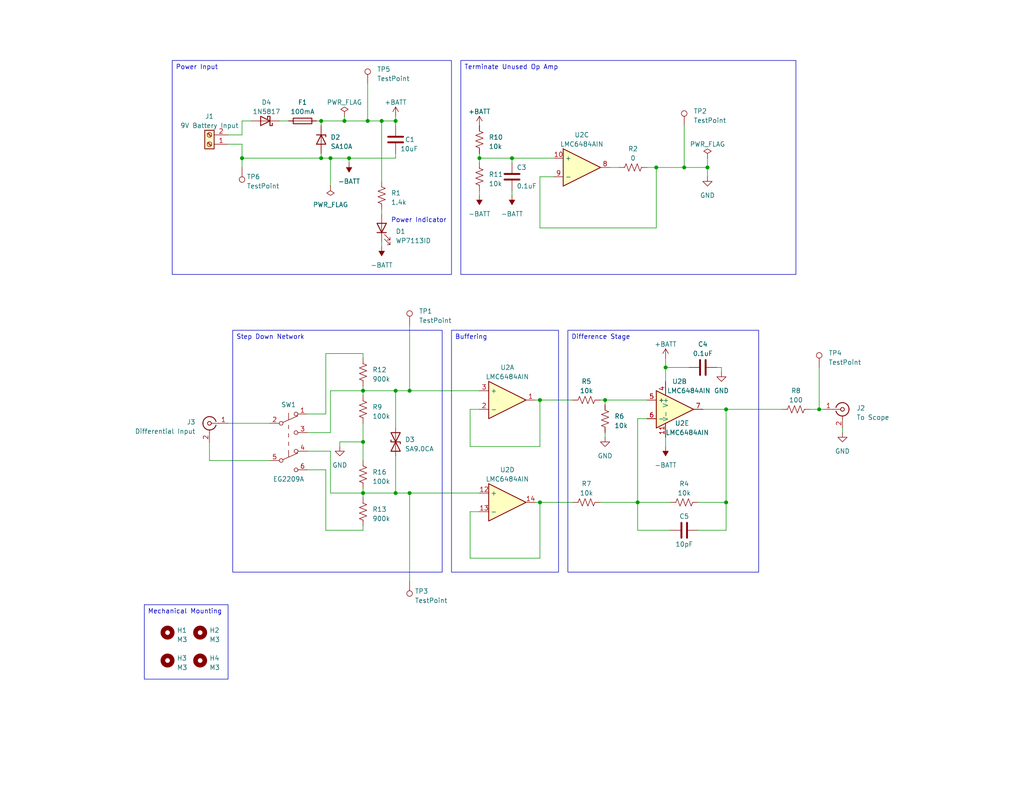
<source format=kicad_sch>
(kicad_sch (version 20230121) (generator eeschema)
  (paper "A")
  (title_block (title "Basic Diff Probe") (date "2023-09-04") (rev "1") (comment 1 "Designed by Marek Newton"))
  (lib_symbols
    (symbol "Connector:Conn_Coaxial" (pin_names (offset 1.016) hide)
      (property "Reference" "J" (at 0.254 3.048 0))
      (property "Value" "Conn_Coaxial" (at 2.921 0 90))
      (symbol "Conn_Coaxial_0_1"
        (arc (start -1.778 -0.508) (mid 0.2311 -1.8066) (end 1.778 0) (stroke (width 0.254)))
        (polyline (pts (xy -2.54 0) (xy -0.508 0)))
        (polyline (pts (xy 0 -2.54) (xy 0 -1.778)))
        (circle (center 0 0) (radius 0.508) (stroke (width 0.2032)))
        (arc (start 1.778 0) (mid 0.2099 1.8101) (end -1.778 0.508) (stroke (width 0.254)))
      )
      (symbol "Conn_Coaxial_1_1"
        (pin passive line (at -5.08 0 0) (length 2.54) (name "In") (number "1"))
        (pin passive line (at 0 -5.08 90) (length 2.54) (name "Ext") (number "2"))
      )
    )
    (symbol "Connector:Screw_Terminal_01x02" (pin_names (offset 1.016) hide)
      (property "Reference" "J" (at 0 2.54 0))
      (property "Value" "Screw_Terminal_01x02" (at 0 -5.08 0))
      (symbol "Screw_Terminal_01x02_1_1"
        (rectangle (start -1.27 1.27) (end 1.27 -3.81) (stroke (width 0.254)) (fill (type background)))
        (circle (center 0 -2.54) (radius 0.635) (stroke (width 0.1524)))
        (polyline (pts (xy -0.5334 -2.2098) (xy 0.3302 -3.048)) (stroke (width 0.1524)))
        (polyline (pts (xy -0.5334 0.3302) (xy 0.3302 -0.508)) (stroke (width 0.1524)))
        (polyline (pts (xy -0.3556 -2.032) (xy 0.508 -2.8702)) (stroke (width 0.1524)))
        (polyline (pts (xy -0.3556 0.508) (xy 0.508 -0.3302)) (stroke (width 0.1524)))
        (circle (center 0 0) (radius 0.635) (stroke (width 0.1524)))
        (pin passive line (at -5.08 0 0) (length 3.81) (name "Pin_1") (number "1"))
        (pin passive line (at -5.08 -2.54 0) (length 3.81) (name "Pin_2") (number "2"))
      )
    )
    (symbol "Connector:TestPoint" (pin_numbers hide) (pin_names (offset 0.762) hide)
      (property "Reference" "TP" (at 0 6.858 0))
      (property "Value" "TestPoint" (at 0 5.08 0))
      (symbol "TestPoint_0_1"
        (circle (center 0 3.302) (radius 0.762))
      )
      (symbol "TestPoint_1_1"
        (pin passive line (at 0 0 90) (length 2.54) (name "1") (number "1"))
      )
    )
    (symbol "Device:C" (pin_numbers hide) (pin_names (offset 0.254))
      (property "Reference" "C" (at 0.635 2.54 0))
      (property "Value" "C" (at 0.635 -2.54 0))
      (symbol "C_0_1"
        (polyline (pts (xy -2.032 -0.762) (xy 2.032 -0.762)) (stroke (width 0.508)))
        (polyline (pts (xy -2.032 0.762) (xy 2.032 0.762)) (stroke (width 0.508)))
      )
      (symbol "C_1_1"
        (pin passive line (at 0 3.81 270) (length 2.794) (name "~") (number "1"))
        (pin passive line (at 0 -3.81 90) (length 2.794) (name "~") (number "2"))
      )
    )
    (symbol "Device:D_TVS" (pin_numbers hide) (pin_names (offset 1.016) hide)
      (property "Reference" "D" (at 0 2.54 0))
      (property "Value" "D_TVS" (at 0 -2.54 0))
      (symbol "D_TVS_0_1"
        (polyline (pts (xy 1.27 0) (xy -1.27 0)))
        (polyline (pts (xy 0.508 1.27) (xy 0 1.27) (xy 0 -1.27) (xy -0.508 -1.27)) (stroke (width 0.254)))
        (polyline (pts (xy -2.54 1.27) (xy -2.54 -1.27) (xy 2.54 1.27) (xy 2.54 -1.27) (xy -2.54 1.27)) (stroke (width 0.254)))
      )
      (symbol "D_TVS_1_1"
        (pin passive line (at -3.81 0 0) (length 2.54) (name "A1") (number "1"))
        (pin passive line (at 3.81 0 180) (length 2.54) (name "A2") (number "2"))
      )
    )
    (symbol "Device:D_Zener" (pin_numbers hide) (pin_names (offset 1.016) hide)
      (property "Reference" "D" (at 0 2.54 0))
      (property "Value" "D_Zener" (at 0 -2.54 0))
      (symbol "D_Zener_0_1"
        (polyline (pts (xy 1.27 0) (xy -1.27 0)))
        (polyline (pts (xy -1.27 -1.27) (xy -1.27 1.27) (xy -0.762 1.27)) (stroke (width 0.254)))
        (polyline (pts (xy 1.27 -1.27) (xy 1.27 1.27) (xy -1.27 0) (xy 1.27 -1.27)) (stroke (width 0.254)))
      )
      (symbol "D_Zener_1_1"
        (pin passive line (at -3.81 0 0) (length 2.54) (name "K") (number "1"))
        (pin passive line (at 3.81 0 180) (length 2.54) (name "A") (number "2"))
      )
    )
    (symbol "Device:Fuse" (pin_numbers hide) (pin_names (offset 0))
      (property "Reference" "F" (at 2.032 0 90))
      (property "Value" "Fuse" (at -1.905 0 90))
      (symbol "Fuse_0_1"
        (rectangle (start -0.762 -2.54) (end 0.762 2.54) (stroke (width 0.254)))
        (polyline (pts (xy 0 2.54) (xy 0 -2.54)))
      )
      (symbol "Fuse_1_1"
        (pin passive line (at 0 3.81 270) (length 1.27) (name "~") (number "1"))
        (pin passive line (at 0 -3.81 90) (length 1.27) (name "~") (number "2"))
      )
    )
    (symbol "Device:LED" (pin_numbers hide) (pin_names (offset 1.016) hide)
      (property "Reference" "D" (at 0 2.54 0))
      (property "Value" "LED" (at 0 -2.54 0))
      (symbol "LED_0_1"
        (polyline (pts (xy -1.27 -1.27) (xy -1.27 1.27)) (stroke (width 0.254)))
        (polyline (pts (xy -1.27 0) (xy 1.27 0)))
        (polyline (pts (xy 1.27 -1.27) (xy 1.27 1.27) (xy -1.27 0) (xy 1.27 -1.27)) (stroke (width 0.254)))
        (polyline (pts (xy -3.048 -0.762) (xy -4.572 -2.286) (xy -3.81 -2.286) (xy -4.572 -2.286) (xy -4.572 -1.524)))
        (polyline (pts (xy -1.778 -0.762) (xy -3.302 -2.286) (xy -2.54 -2.286) (xy -3.302 -2.286) (xy -3.302 -1.524)))
      )
      (symbol "LED_1_1"
        (pin passive line (at -3.81 0 0) (length 2.54) (name "K") (number "1"))
        (pin passive line (at 3.81 0 180) (length 2.54) (name "A") (number "2"))
      )
    )
    (symbol "Device:Opamp_Quad"
      (property "Reference" "U" (at 0 5.08 0))
      (property "Value" "Opamp_Quad" (at 0 -5.08 0))
      (symbol "Opamp_Quad_1_1"
        (polyline (pts (xy -5.08 5.08) (xy 5.08 0) (xy -5.08 -5.08) (xy -5.08 5.08)) (stroke (width 0.254)) (fill (type background)))
        (pin output line (at 7.62 0 180) (length 2.54) (name "~") (number "1"))
        (pin input line (at -7.62 -2.54 0) (length 2.54) (name "-") (number "2"))
        (pin input line (at -7.62 2.54 0) (length 2.54) (name "+") (number "3"))
      )
      (symbol "Opamp_Quad_2_1"
        (polyline (pts (xy -5.08 5.08) (xy 5.08 0) (xy -5.08 -5.08) (xy -5.08 5.08)) (stroke (width 0.254)) (fill (type background)))
        (pin input line (at -7.62 2.54 0) (length 2.54) (name "+") (number "5"))
        (pin input line (at -7.62 -2.54 0) (length 2.54) (name "-") (number "6"))
        (pin output line (at 7.62 0 180) (length 2.54) (name "~") (number "7"))
      )
      (symbol "Opamp_Quad_3_1"
        (polyline (pts (xy -5.08 5.08) (xy 5.08 0) (xy -5.08 -5.08) (xy -5.08 5.08)) (stroke (width 0.254)) (fill (type background)))
        (pin input line (at -7.62 2.54 0) (length 2.54) (name "+") (number "10"))
        (pin output line (at 7.62 0 180) (length 2.54) (name "~") (number "8"))
        (pin input line (at -7.62 -2.54 0) (length 2.54) (name "-") (number "9"))
      )
      (symbol "Opamp_Quad_4_1"
        (polyline (pts (xy -5.08 5.08) (xy 5.08 0) (xy -5.08 -5.08) (xy -5.08 5.08)) (stroke (width 0.254)) (fill (type background)))
        (pin input line (at -7.62 2.54 0) (length 2.54) (name "+") (number "12"))
        (pin input line (at -7.62 -2.54 0) (length 2.54) (name "-") (number "13"))
        (pin output line (at 7.62 0 180) (length 2.54) (name "~") (number "14"))
      )
      (symbol "Opamp_Quad_5_1"
        (pin power_in line (at -2.54 -7.62 90) (length 3.81) (name "V-") (number "11"))
        (pin power_in line (at -2.54 7.62 270) (length 3.81) (name "V+") (number "4"))
      )
    )
    (symbol "Device:R_US" (pin_numbers hide) (pin_names (offset 0))
      (property "Reference" "R" (at 2.54 0 90))
      (property "Value" "R_US" (at -2.54 0 90))
      (symbol "R_US_0_1"
        (polyline (pts (xy 0 -2.286) (xy 0 -2.54)))
        (polyline (pts (xy 0 2.286) (xy 0 2.54)))
        (polyline (pts (xy 0 -0.762) (xy 1.016 -1.143) (xy 0 -1.524) (xy -1.016 -1.905) (xy 0 -2.286)))
        (polyline (pts (xy 0 0.762) (xy 1.016 0.381) (xy 0 0) (xy -1.016 -0.381) (xy 0 -0.762)))
        (polyline (pts (xy 0 2.286) (xy 1.016 1.905) (xy 0 1.524) (xy -1.016 1.143) (xy 0 0.762)))
      )
      (symbol "R_US_1_1"
        (pin passive line (at 0 3.81 270) (length 1.27) (name "~") (number "1"))
        (pin passive line (at 0 -3.81 90) (length 1.27) (name "~") (number "2"))
      )
    )
    (symbol "Diode:1N5817" (pin_numbers hide) (pin_names (offset 1.016) hide)
      (property "Reference" "D" (at 0 2.54 0))
      (property "Value" "1N5817" (at 0 -2.54 0))
      (symbol "1N5817_0_1"
        (polyline (pts (xy 1.27 0) (xy -1.27 0)))
        (polyline (pts (xy 1.27 1.27) (xy 1.27 -1.27) (xy -1.27 0) (xy 1.27 1.27)) (stroke (width 0.254)))
        (polyline (pts (xy -1.905 0.635) (xy -1.905 1.27) (xy -1.27 1.27) (xy -1.27 -1.27) (xy -0.635 -1.27) (xy -0.635 -0.635)) (stroke (width 0.254)))
      )
      (symbol "1N5817_1_1"
        (pin passive line (at -3.81 0 0) (length 2.54) (name "K") (number "1"))
        (pin passive line (at 3.81 0 180) (length 2.54) (name "A") (number "2"))
      )
    )
    (symbol "Mechanical:MountingHole" (pin_names (offset 1.016))
      (property "Reference" "H" (at 0 5.08 0))
      (property "Value" "MountingHole" (at 0 3.175 0))
      (symbol "MountingHole_0_1"
        (circle (center 0 0) (radius 1.27) (stroke (width 1.27)))
      )
    )
    (symbol "Switch:SW_Push_DPDT" (pin_names (offset 0) hide)
      (property "Reference" "SW" (at 0 8.89 0))
      (property "Value" "SW_Push_DPDT" (at 0 -10.16 0))
      (symbol "SW_Push_DPDT_0_0"
        (circle (center -2.032 -5.08) (radius 0.508))
        (circle (center -2.032 5.08) (radius 0.508))
        (circle (center 2.032 -7.62) (radius 0.508))
        (circle (center 2.032 2.54) (radius 0.508))
      )
      (symbol "SW_Push_DPDT_0_1"
        (polyline (pts (xy -1.524 -4.826) (xy 2.54 -3.048)))
        (polyline (pts (xy -1.524 5.334) (xy 2.54 7.112)))
        (polyline (pts (xy 0 -2.286) (xy 0 -4.064)))
        (polyline (pts (xy 0 -1.016) (xy 0 0)))
        (polyline (pts (xy 0 1.27) (xy 0 2.286)))
        (polyline (pts (xy 0 3.556) (xy 0 4.572)))
        (polyline (pts (xy 0 7.874) (xy 0 6.096)))
        (circle (center 2.032 -2.54) (radius 0.508))
        (circle (center 2.032 7.62) (radius 0.508))
      )
      (symbol "SW_Push_DPDT_1_1"
        (pin passive line (at 5.08 7.62 180) (length 2.54) (name "A") (number "1"))
        (pin passive line (at -5.08 5.08 0) (length 2.54) (name "B") (number "2"))
        (pin passive line (at 5.08 2.54 180) (length 2.54) (name "C") (number "3"))
        (pin passive line (at 5.08 -2.54 180) (length 2.54) (name "A") (number "4"))
        (pin passive line (at -5.08 -5.08 0) (length 2.54) (name "B") (number "5"))
        (pin passive line (at 5.08 -7.62 180) (length 2.54) (name "C") (number "6"))
      )
    )
    (symbol "power:+BATT" (power) (pin_names (offset 0))
      (property "Value" "+BATT" (at 0 3.556 0))
      (symbol "+BATT_0_1"
        (polyline (pts (xy -0.762 1.27) (xy 0 2.54)))
        (polyline (pts (xy 0 0) (xy 0 2.54)))
        (polyline (pts (xy 0 2.54) (xy 0.762 1.27)))
      )
      (symbol "+BATT_1_1"
        (pin power_in line (at 0 0 90) (length 0) hide (name "+BATT") (number "1"))
      )
    )
    (symbol "power:-BATT" (power) (pin_names (offset 0))
      (property "Value" "-BATT" (at 0 3.556 0))
      (symbol "-BATT_0_1"
        (polyline (pts (xy 0 0) (xy 0 2.54)))
        (polyline (pts (xy 0.762 1.27) (xy -0.762 1.27) (xy 0 2.54) (xy 0.762 1.27)) (fill (type outline)))
      )
      (symbol "-BATT_1_1"
        (pin power_in line (at 0 0 90) (length 0) hide (name "-BATT") (number "1"))
      )
    )
    (symbol "power:GND" (power) (pin_names (offset 0))
      (property "Value" "GND" (at 0 -3.81 0))
      (symbol "GND_0_1"
        (polyline (pts (xy 0 0) (xy 0 -1.27) (xy 1.27 -1.27) (xy 0 -2.54) (xy -1.27 -1.27) (xy 0 -1.27)))
      )
      (symbol "GND_1_1"
        (pin power_in line (at 0 0 270) (length 0) hide (name "GND") (number "1"))
      )
    )
    (symbol "power:PWR_FLAG" (power) (pin_numbers hide) (pin_names (offset 0) hide)
      (property "Value" "PWR_FLAG" (at 0 3.81 0))
      (symbol "PWR_FLAG_0_0"
        (pin power_out line (at 0 0 90) (length 0) (name "pwr") (number "1"))
      )
      (symbol "PWR_FLAG_0_1"
        (polyline (pts (xy 0 0) (xy 0 1.27) (xy -1.016 1.905) (xy 0 2.54) (xy 1.016 1.905) (xy 0 1.27)))
      )
    )
  )
  (junction (at 147.32 137.16))
  (junction (at 100.33 33.02))
  (junction (at 87.63 33.02))
  (junction (at 93.98 33.02))
  (junction (at 107.95 134.62))
  (junction (at 99.06 106.68))
  (junction (at 107.95 106.68))
  (junction (at 107.95 33.02))
  (junction (at 87.63 43.18))
  (junction (at 130.81 43.18))
  (junction (at 99.06 120.65))
  (junction (at 90.17 43.18))
  (junction (at 173.99 137.16))
  (junction (at 198.12 111.76))
  (junction (at 111.76 134.62))
  (junction (at 181.61 100.33))
  (junction (at 147.32 109.22))
  (junction (at 104.14 33.02))
  (junction (at 179.07 45.72))
  (junction (at 66.04 43.18))
  (junction (at 186.69 45.72))
  (junction (at 198.12 137.16))
  (junction (at 95.25 43.18))
  (junction (at 193.04 45.72))
  (junction (at 165.1 109.22))
  (junction (at 139.7 43.18))
  (junction (at 99.06 134.62))
  (junction (at 223.52 111.76))
  (junction (at 111.76 106.68))
  (wire (pts (xy 62.23 36.83) (xy 66.04 36.83)))
  (wire (pts (xy 92.71 120.65) (xy 99.06 120.65)))
  (wire (pts (xy 83.82 123.19) (xy 90.17 123.19)))
  (wire (pts (xy 147.32 62.23) (xy 179.07 62.23)))
  (wire (pts (xy 99.06 115.57) (xy 99.06 120.65)))
  (wire (pts (xy 111.76 134.62) (xy 130.81 134.62)))
  (wire (pts (xy 99.06 105.41) (xy 99.06 106.68)))
  (wire (pts (xy 128.27 139.7) (xy 128.27 152.4)))
  (wire (pts (xy 146.05 109.22) (xy 147.32 109.22)))
  (wire (pts (xy 130.81 43.18) (xy 130.81 44.45)))
  (wire (pts (xy 76.2 33.02) (xy 78.74 33.02)))
  (wire (pts (xy 88.9 96.52) (xy 99.06 96.52)))
  (wire (pts (xy 90.17 106.68) (xy 99.06 106.68)))
  (wire (pts (xy 66.04 33.02) (xy 68.58 33.02)))
  (wire (pts (xy 66.04 43.18) (xy 66.04 45.72)))
  (wire (pts (xy 107.95 134.62) (xy 99.06 134.62)))
  (wire (pts (xy 147.32 121.92) (xy 147.32 109.22)))
  (wire (pts (xy 147.32 48.26) (xy 147.32 62.23)))
  (wire (pts (xy 176.53 45.72) (xy 179.07 45.72)))
  (wire (pts (xy 163.83 109.22) (xy 165.1 109.22)))
  (wire (pts (xy 66.04 33.02) (xy 66.04 36.83)))
  (wire (pts (xy 165.1 118.11) (xy 165.1 119.38)))
  (wire (pts (xy 99.06 144.78) (xy 99.06 143.51)))
  (wire (pts (xy 92.71 121.92) (xy 92.71 120.65)))
  (wire (pts (xy 90.17 43.18) (xy 87.63 43.18)))
  (wire (pts (xy 88.9 113.03) (xy 88.9 96.52)))
  (wire (pts (xy 90.17 118.11) (xy 90.17 106.68)))
  (wire (pts (xy 173.99 114.3) (xy 173.99 137.16)))
  (wire (pts (xy 90.17 43.18) (xy 90.17 50.8)))
  (wire (pts (xy 100.33 33.02) (xy 104.14 33.02)))
  (wire (pts (xy 176.53 114.3) (xy 173.99 114.3)))
  (wire (pts (xy 57.15 120.65) (xy 57.15 125.73)))
  (wire (pts (xy 99.06 134.62) (xy 99.06 135.89)))
  (wire (pts (xy 130.81 139.7) (xy 128.27 139.7)))
  (wire (pts (xy 130.81 43.18) (xy 139.7 43.18)))
  (wire (pts (xy 90.17 134.62) (xy 99.06 134.62)))
  (wire (pts (xy 86.36 33.02) (xy 87.63 33.02)))
  (wire (pts (xy 99.06 133.35) (xy 99.06 134.62)))
  (wire (pts (xy 87.63 41.91) (xy 87.63 43.18)))
  (wire (pts (xy 104.14 33.02) (xy 107.95 33.02)))
  (wire (pts (xy 107.95 43.18) (xy 95.25 43.18)))
  (wire (pts (xy 139.7 43.18) (xy 151.13 43.18)))
  (wire (pts (xy 107.95 124.46) (xy 107.95 134.62)))
  (wire (pts (xy 173.99 137.16) (xy 173.99 144.78)))
  (wire (pts (xy 179.07 45.72) (xy 186.69 45.72)))
  (wire (pts (xy 223.52 111.76) (xy 224.79 111.76)))
  (wire (pts (xy 198.12 144.78) (xy 198.12 137.16)))
  (wire (pts (xy 181.61 119.38) (xy 181.61 121.92)))
  (wire (pts (xy 146.05 137.16) (xy 147.32 137.16)))
  (wire (pts (xy 130.81 52.07) (xy 130.81 53.34)))
  (wire (pts (xy 87.63 33.02) (xy 87.63 34.29)))
  (wire (pts (xy 99.06 106.68) (xy 99.06 107.95)))
  (wire (pts (xy 104.14 33.02) (xy 104.14 49.53)))
  (wire (pts (xy 130.81 111.76) (xy 128.27 111.76)))
  (wire (pts (xy 107.95 34.29) (xy 107.95 33.02)))
  (wire (pts (xy 166.37 45.72) (xy 168.91 45.72)))
  (wire (pts (xy 173.99 137.16) (xy 182.88 137.16)))
  (wire (pts (xy 220.98 111.76) (xy 223.52 111.76)))
  (wire (pts (xy 107.95 106.68) (xy 107.95 116.84)))
  (wire (pts (xy 151.13 48.26) (xy 147.32 48.26)))
  (wire (pts (xy 128.27 121.92) (xy 147.32 121.92)))
  (wire (pts (xy 87.63 43.18) (xy 66.04 43.18)))
  (wire (pts (xy 198.12 111.76) (xy 213.36 111.76)))
  (wire (pts (xy 107.95 41.91) (xy 107.95 43.18)))
  (wire (pts (xy 90.17 123.19) (xy 90.17 134.62)))
  (wire (pts (xy 196.85 101.6) (xy 196.85 100.33)))
  (wire (pts (xy 57.15 125.73) (xy 73.66 125.73)))
  (wire (pts (xy 99.06 120.65) (xy 99.06 125.73)))
  (wire (pts (xy 93.98 33.02) (xy 100.33 33.02)))
  (wire (pts (xy 87.63 33.02) (xy 93.98 33.02)))
  (wire (pts (xy 147.32 152.4) (xy 147.32 137.16)))
  (wire (pts (xy 95.25 43.18) (xy 90.17 43.18)))
  (wire (pts (xy 223.52 100.33) (xy 223.52 111.76)))
  (wire (pts (xy 193.04 48.26) (xy 193.04 45.72)))
  (wire (pts (xy 190.5 137.16) (xy 198.12 137.16)))
  (wire (pts (xy 181.61 100.33) (xy 187.96 100.33)))
  (wire (pts (xy 179.07 45.72) (xy 179.07 62.23)))
  (wire (pts (xy 191.77 111.76) (xy 198.12 111.76)))
  (wire (pts (xy 181.61 97.79) (xy 181.61 100.33)))
  (wire (pts (xy 107.95 106.68) (xy 111.76 106.68)))
  (wire (pts (xy 173.99 144.78) (xy 182.88 144.78)))
  (wire (pts (xy 130.81 41.91) (xy 130.81 43.18)))
  (wire (pts (xy 163.83 137.16) (xy 173.99 137.16)))
  (wire (pts (xy 111.76 88.9) (xy 111.76 106.68)))
  (wire (pts (xy 147.32 137.16) (xy 156.21 137.16)))
  (wire (pts (xy 62.23 39.37) (xy 66.04 39.37)))
  (wire (pts (xy 83.82 118.11) (xy 90.17 118.11)))
  (wire (pts (xy 111.76 106.68) (xy 130.81 106.68)))
  (wire (pts (xy 190.5 144.78) (xy 198.12 144.78)))
  (wire (pts (xy 107.95 134.62) (xy 111.76 134.62)))
  (wire (pts (xy 83.82 128.27) (xy 88.9 128.27)))
  (wire (pts (xy 193.04 43.18) (xy 193.04 45.72)))
  (wire (pts (xy 181.61 100.33) (xy 181.61 104.14)))
  (wire (pts (xy 186.69 34.29) (xy 186.69 45.72)))
  (wire (pts (xy 128.27 111.76) (xy 128.27 121.92)))
  (wire (pts (xy 62.23 115.57) (xy 73.66 115.57)))
  (wire (pts (xy 100.33 22.86) (xy 100.33 33.02)))
  (wire (pts (xy 139.7 52.07) (xy 139.7 53.34)))
  (wire (pts (xy 88.9 128.27) (xy 88.9 144.78)))
  (wire (pts (xy 147.32 109.22) (xy 156.21 109.22)))
  (wire (pts (xy 99.06 106.68) (xy 107.95 106.68)))
  (wire (pts (xy 104.14 67.31) (xy 104.14 66.04)))
  (wire (pts (xy 83.82 113.03) (xy 88.9 113.03)))
  (wire (pts (xy 93.98 31.75) (xy 93.98 33.02)))
  (wire (pts (xy 139.7 43.18) (xy 139.7 44.45)))
  (wire (pts (xy 128.27 152.4) (xy 147.32 152.4)))
  (wire (pts (xy 195.58 100.33) (xy 196.85 100.33)))
  (wire (pts (xy 198.12 137.16) (xy 198.12 111.76)))
  (wire (pts (xy 165.1 109.22) (xy 165.1 110.49)))
  (wire (pts (xy 229.87 116.84) (xy 229.87 118.11)))
  (wire (pts (xy 95.25 43.18) (xy 95.25 44.45)))
  (wire (pts (xy 186.69 45.72) (xy 193.04 45.72)))
  (wire (pts (xy 66.04 39.37) (xy 66.04 43.18)))
  (wire (pts (xy 165.1 109.22) (xy 176.53 109.22)))
  (wire (pts (xy 88.9 144.78) (xy 99.06 144.78)))
  (wire (pts (xy 99.06 96.52) (xy 99.06 97.79)))
  (wire (pts (xy 111.76 134.62) (xy 111.76 158.75)))
  (wire (pts (xy 107.95 31.75) (xy 107.95 33.02)))
  (wire (pts (xy 104.14 58.42) (xy 104.14 57.15)))
  (text_box "Buffering" (at 123.19 90.17 0) (size 29.21 66.04) (effects (font (size 1.27 1.27)) (justify left top)))
  (text_box "Terminate Unused Op Amp" (at 125.73 16.51 0) (size 91.44 58.42) (effects (font (size 1.27 1.27)) (justify left top)))
  (text_box "Power Input" (at 46.99 16.51 0) (size 76.2 58.42) (effects (font (size 1.27 1.27)) (justify left top)))
  (text_box "Step Down Network" (at 63.5 90.17 0) (size 57.15 66.04) (effects (font (size 1.27 1.27)) (justify left top)))
  (text_box "Mechanical Mounting" (at 39.37 165.1 0) (size 22.86 20.32) (effects (font (size 1.27 1.27)) (justify left top)))
  (text_box "Difference Stage" (at 154.94 90.17 0) (size 52.07 66.04) (effects (font (size 1.27 1.27)) (justify left top)))
  (text "Power Indicator" (at 106.68 60.96 0) (effects (font (size 1.27 1.27)) (justify left bottom)))
  (symbol (lib_id "power:-BATT") (at 104.14 67.31 180) (unit 1)
    (property "Reference" "#PWR03" (effects hide))
    (property "Value" "-BATT" (at 104.14 72.39 0))
  )
  (symbol (lib_id "power:-BATT") (at 95.25 44.45 180) (unit 1)
    (property "Reference" "#PWR015" (effects hide))
    (property "Value" "-BATT" (at 95.25 49.53 0))
  )
  (symbol (lib_id "Mechanical:MountingHole") (at 54.61 172.72 0) (unit 1)
    (property "Reference" "H2" (at 57.15 172.085 0) (effects (justify left)))
    (property "Value" "M3" (at 57.15 174.625 0) (effects (justify left)))
    (property "Footprint" "MountingHole:MountingHole_3.2mm_M3" (effects hide))
  )
  (symbol (lib_id "power:-BATT") (at 181.61 121.92 180) (unit 1)
    (property "Reference" "#PWR010" (effects hide))
    (property "Value" "-BATT" (at 181.61 127 0))
  )
  (symbol (lib_id "Switch:SW_Push_DPDT") (at 78.74 120.65 0) (unit 1)
    (property "Reference" "SW1" (at 78.74 110.49 0))
    (property "Value" "EG2209A" (at 78.74 130.81 0))
  )
  (symbol (lib_id "Device:Opamp_Quad") (at 138.43 109.22 0) (unit 1)
    (property "Reference" "U2" (at 138.43 100.33 0))
    (property "Value" "LMC6484AIN" (at 138.43 102.87 0))
    (property "Footprint" "Package_DIP:DIP-14_W7.62mm" (effects hide))
  )
  (symbol (lib_id "power:-BATT") (at 130.81 53.34 180) (unit 1)
    (property "Reference" "#PWR016" (effects hide))
    (property "Value" "-BATT" (at 130.81 58.42 0))
  )
  (symbol (lib_id "Connector:Conn_Coaxial") (at 229.87 111.76 0) (unit 1)
    (property "Reference" "J2" (at 233.68 111.4182 0) (effects (justify left)))
    (property "Value" "To Scope" (at 233.68 113.9582 0) (effects (justify left)))
    (property "Datasheet" " ~" (effects hide))
  )
  (symbol (lib_id "Connector:TestPoint") (at 66.04 45.72 180) (unit 1)
    (property "Reference" "TP6" (at 67.31 48.26 0) (effects (justify right)))
    (property "Value" "TestPoint" (at 67.31 50.8 0) (effects (justify right)))
    (property "Footprint" "TestPoint:TestPoint_Keystone_5000-5004_Miniature" (effects hide))
  )
  (symbol (lib_id "Device:R_US") (at 104.14 53.34 0) (unit 1)
    (property "Reference" "R1" (at 106.68 52.705 0) (effects (justify left)))
    (property "Value" "1.4k" (at 106.68 55.245 0) (effects (justify left)))
    (property "Footprint" "Resistor_THT:R_Axial_DIN0207_L6.3mm_D2.5mm_P7.62mm_Horizontal" (effects hide))
  )
  (symbol (lib_id "Connector:TestPoint") (at 100.33 22.86 0) (unit 1)
    (property "Reference" "TP5" (at 102.87 18.923 0) (effects (justify left)))
    (property "Value" "TestPoint" (at 102.87 21.463 0) (effects (justify left)))
    (property "Footprint" "TestPoint:TestPoint_Keystone_5000-5004_Miniature" (effects hide))
  )
  (symbol (lib_id "Device:C") (at 186.69 144.78 90) (unit 1)
    (property "Reference" "C5" (at 186.69 140.97 90))
    (property "Value" "10pF" (at 186.69 148.59 90))
    (property "Footprint" "Capacitor_THT:C_Disc_D6.0mm_W2.5mm_P5.00mm" (effects hide))
  )
  (symbol (lib_id "Device:R_US") (at 172.72 45.72 90) (unit 1)
    (property "Reference" "R2" (at 172.72 40.64 90))
    (property "Value" "0" (at 172.72 43.18 90))
    (property "Footprint" "Resistor_THT:R_Axial_DIN0207_L6.3mm_D2.5mm_P7.62mm_Horizontal" (effects hide))
  )
  (symbol (lib_id "Device:Opamp_Quad") (at 138.43 137.16 0) (unit 4)
    (property "Reference" "U2" (at 138.43 128.27 0))
    (property "Value" "LMC6484AIN" (at 138.43 130.81 0))
    (property "Footprint" "Package_DIP:DIP-14_W7.62mm" (effects hide))
  )
  (symbol (lib_id "Mechanical:MountingHole") (at 45.72 180.34 0) (unit 1)
    (property "Reference" "H3" (at 48.26 179.705 0) (effects (justify left)))
    (property "Value" "M3" (at 48.26 182.245 0) (effects (justify left)))
    (property "Footprint" "MountingHole:MountingHole_3.2mm_M3" (effects hide))
  )
  (symbol (lib_id "Device:R_US") (at 99.06 101.6 0) (unit 1)
    (property "Reference" "R12" (at 101.6 100.965 0) (effects (justify left)))
    (property "Value" "900k" (at 101.6 103.505 0) (effects (justify left)))
    (property "Footprint" "Resistor_THT:R_Axial_DIN0207_L6.3mm_D2.5mm_P7.62mm_Horizontal" (effects hide))
  )
  (symbol (lib_id "Connector:TestPoint") (at 111.76 158.75 180) (unit 1)
    (property "Reference" "TP3" (at 113.1734 161.417 0) (effects (justify right)))
    (property "Value" "TestPoint" (at 113.1734 163.957 0) (effects (justify right)))
    (property "Footprint" "TestPoint:TestPoint_Keystone_5000-5004_Miniature" (effects hide))
  )
  (symbol (lib_id "power:PWR_FLAG") (at 93.98 31.75 0) (unit 1)
    (property "Reference" "#FLG01" (effects hide))
    (property "Value" "PWR_FLAG" (at 93.98 27.94 0))
  )
  (symbol (lib_id "power:GND") (at 92.71 121.92 0) (unit 1)
    (property "Reference" "#PWR017" (effects hide))
    (property "Value" "GND" (at 92.71 127 0))
  )
  (symbol (lib_id "power:PWR_FLAG") (at 193.04 43.18 0) (unit 1)
    (property "Reference" "#FLG03" (effects hide))
    (property "Value" "PWR_FLAG" (at 193.04 39.37 0))
  )
  (symbol (lib_id "Connector:Screw_Terminal_01x02") (at 57.15 39.37 180) (unit 1)
    (property "Reference" "J1" (at 57.15 31.75 0))
    (property "Value" "9V Battery Input" (at 57.15 34.29 0))
    (property "Footprint" "TerminalBlock_Phoenix:TerminalBlock_Phoenix_MKDS-1,5-2-5.08_1x02_P5.08mm_Horizontal" (effects hide))
  )
  (symbol (lib_id "Device:R_US") (at 99.06 129.54 0) (unit 1)
    (property "Reference" "R16" (at 101.6 128.905 0) (effects (justify left)))
    (property "Value" "100k" (at 101.6 131.445 0) (effects (justify left)))
    (property "Footprint" "Resistor_THT:R_Axial_DIN0207_L6.3mm_D2.5mm_P7.62mm_Horizontal" (effects hide))
  )
  (symbol (lib_id "Mechanical:MountingHole") (at 45.72 172.72 0) (unit 1)
    (property "Reference" "H1" (at 48.26 172.085 0) (effects (justify left)))
    (property "Value" "M3" (at 48.26 174.625 0) (effects (justify left)))
    (property "Footprint" "MountingHole:MountingHole_3.2mm_M3" (effects hide))
  )
  (symbol (lib_id "Device:D_Zener") (at 87.63 38.1 270) (unit 1)
    (property "Reference" "D2" (at 90.17 37.465 90) (effects (justify left)))
    (property "Value" "SA10A" (at 90.17 40.005 90) (effects (justify left)))
    (property "Footprint" "Diode_THT:D_DO-15_P10.16mm_Horizontal" (effects hide))
  )
  (symbol (lib_id "Device:R_US") (at 99.06 111.76 0) (unit 1)
    (property "Reference" "R9" (at 101.6 111.125 0) (effects (justify left)))
    (property "Value" "100k" (at 101.6 113.665 0) (effects (justify left)))
    (property "Footprint" "Resistor_THT:R_Axial_DIN0207_L6.3mm_D2.5mm_P7.62mm_Horizontal" (effects hide))
  )
  (symbol (lib_id "Connector:Conn_Coaxial") (at 57.15 115.57 0) (mirror y) (unit 1)
    (property "Reference" "J3" (at 53.34 115.2282 0) (effects (justify left)))
    (property "Value" "Differential Input" (at 53.34 117.7682 0) (effects (justify left)))
    (property "Datasheet" " ~" (effects hide))
  )
  (symbol (lib_id "Device:R_US") (at 130.81 48.26 0) (unit 1)
    (property "Reference" "R11" (at 133.35 47.625 0) (effects (justify left)))
    (property "Value" "10k" (at 133.35 50.165 0) (effects (justify left)))
    (property "Footprint" "Resistor_THT:R_Axial_DIN0207_L6.3mm_D2.5mm_P7.62mm_Horizontal" (effects hide))
  )
  (symbol (lib_id "Device:C") (at 139.7 48.26 0) (unit 1)
    (property "Reference" "C3" (at 140.97 45.72 0) (effects (justify left)))
    (property "Value" "0.1uF" (at 140.97 50.8 0) (effects (justify left)))
    (property "Footprint" "Capacitor_THT:C_Disc_D6.0mm_W2.5mm_P5.00mm" (effects hide))
  )
  (symbol (lib_id "Device:Opamp_Quad") (at 184.15 111.76 0) (unit 5)
    (property "Reference" "U2" (at 184.15 115.57 0) (effects (justify left)))
    (property "Value" "LMC6484AIN" (at 181.61 118.11 0) (effects (justify left)))
    (property "Footprint" "Package_DIP:DIP-14_W7.62mm" (effects hide))
  )
  (symbol (lib_id "power:GND") (at 165.1 119.38 0) (unit 1)
    (property "Reference" "#PWR013" (effects hide))
    (property "Value" "GND" (at 165.1 124.46 0))
  )
  (symbol (lib_id "Connector:TestPoint") (at 111.76 88.9 0) (unit 1)
    (property "Reference" "TP1" (at 114.3 84.963 0) (effects (justify left)))
    (property "Value" "TestPoint" (at 114.3 87.503 0) (effects (justify left)))
    (property "Footprint" "TestPoint:TestPoint_Keystone_5000-5004_Miniature" (effects hide))
  )
  (symbol (lib_id "power:PWR_FLAG") (at 90.17 50.8 180) (unit 1)
    (property "Reference" "#FLG02" (effects hide))
    (property "Value" "PWR_FLAG" (at 90.17 55.88 0))
  )
  (symbol (lib_id "Device:Fuse") (at 82.55 33.02 90) (unit 1)
    (property "Reference" "F1" (at 82.55 27.94 90))
    (property "Value" "100mA" (at 82.55 30.48 90))
    (property "Footprint" "Fuse:Fuse_1206_3216Metric_Pad1.42x1.75mm_HandSolder" (effects hide))
  )
  (symbol (lib_id "Connector:TestPoint") (at 186.69 34.29 0) (unit 1)
    (property "Reference" "TP2" (at 189.23 30.353 0) (effects (justify left)))
    (property "Value" "TestPoint" (at 189.23 32.893 0) (effects (justify left)))
    (property "Footprint" "TestPoint:TestPoint_Keystone_5000-5004_Miniature" (effects hide))
  )
  (symbol (lib_id "Device:D_TVS") (at 107.95 120.65 90) (unit 1)
    (property "Reference" "D3" (at 110.49 120.015 90) (effects (justify right)))
    (property "Value" "SA9.0CA" (at 110.49 122.555 90) (effects (justify right)))
    (property "Footprint" "Diode_THT:D_DO-15_P10.16mm_Horizontal" (effects hide))
  )
  (symbol (lib_id "Device:R_US") (at 99.06 139.7 0) (unit 1)
    (property "Reference" "R13" (at 101.6 139.065 0) (effects (justify left)))
    (property "Value" "900k" (at 101.6 141.605 0) (effects (justify left)))
    (property "Footprint" "Resistor_THT:R_Axial_DIN0207_L6.3mm_D2.5mm_P7.62mm_Horizontal" (effects hide))
  )
  (symbol (lib_id "Connector:TestPoint") (at 223.52 100.33 0) (unit 1)
    (property "Reference" "TP4" (at 226.06 96.393 0) (effects (justify left)))
    (property "Value" "TestPoint" (at 226.06 98.933 0) (effects (justify left)))
    (property "Footprint" "TestPoint:TestPoint_Keystone_5000-5004_Miniature" (effects hide))
  )
  (symbol (lib_id "Mechanical:MountingHole") (at 54.61 180.34 0) (unit 1)
    (property "Reference" "H4" (at 57.15 179.705 0) (effects (justify left)))
    (property "Value" "M3" (at 57.15 182.245 0) (effects (justify left)))
    (property "Footprint" "MountingHole:MountingHole_3.2mm_M3" (effects hide))
  )
  (symbol (lib_id "power:GND") (at 196.85 101.6 0) (unit 1)
    (property "Reference" "#PWR04" (effects hide))
    (property "Value" "GND" (at 196.85 106.68 0))
  )
  (symbol (lib_id "power:+BATT") (at 181.61 97.79 0) (unit 1)
    (property "Reference" "#PWR05" (effects hide))
    (property "Value" "+BATT" (at 181.61 93.98 0))
  )
  (symbol (lib_id "Device:R_US") (at 186.69 137.16 90) (unit 1)
    (property "Reference" "R4" (at 186.69 132.08 90))
    (property "Value" "10k" (at 186.69 134.62 90))
    (property "Footprint" "Resistor_THT:R_Axial_DIN0207_L6.3mm_D2.5mm_P7.62mm_Horizontal" (effects hide))
  )
  (symbol (lib_id "Device:C") (at 107.95 38.1 0) (unit 1)
    (property "Reference" "C1" (at 110.49 38.1 0) (effects (justify left)))
    (property "Value" "10uF" (at 109.22 40.64 0) (effects (justify left)))
    (property "Footprint" "Capacitor_THT:C_Disc_D6.0mm_W2.5mm_P5.00mm" (effects hide))
  )
  (symbol (lib_id "Device:R_US") (at 217.17 111.76 90) (unit 1)
    (property "Reference" "R8" (at 217.17 106.68 90))
    (property "Value" "100" (at 217.17 109.22 90))
    (property "Footprint" "Resistor_THT:R_Axial_DIN0207_L6.3mm_D2.5mm_P7.62mm_Horizontal" (effects hide))
  )
  (symbol (lib_id "Device:Opamp_Quad") (at 158.75 45.72 0) (unit 3)
    (property "Reference" "U2" (at 158.75 36.83 0))
    (property "Value" "LMC6484AIN" (at 158.75 39.37 0))
    (property "Footprint" "Package_DIP:DIP-14_W7.62mm" (effects hide))
  )
  (symbol (lib_id "power:+BATT") (at 130.81 34.29 0) (unit 1)
    (property "Reference" "#PWR08" (effects hide))
    (property "Value" "+BATT" (at 130.81 30.48 0))
  )
  (symbol (lib_id "Device:LED") (at 104.14 62.23 90) (unit 1)
    (property "Reference" "D1" (at 107.95 63.1825 90) (effects (justify right)))
    (property "Value" "WP7113ID" (at 107.95 65.7225 90) (effects (justify right)))
    (property "Footprint" "LED_THT:LED_D5.0mm" (effects hide))
  )
  (symbol (lib_id "Diode:1N5817") (at 72.39 33.02 180) (unit 1)
    (property "Reference" "D4" (at 72.7075 27.94 0))
    (property "Value" "1N5817" (at 72.7075 30.48 0))
    (property "Footprint" "Diode_THT:D_DO-41_SOD81_P10.16mm_Horizontal" (effects hide))
    (property "Datasheet" "http://www.vishay.com/docs/88525/1n5817.pdf" (effects hide))
  )
  (symbol (lib_id "Device:C") (at 191.77 100.33 90) (unit 1)
    (property "Reference" "C4" (at 191.77 93.98 90))
    (property "Value" "0.1uF" (at 191.77 96.52 90))
    (property "Footprint" "Capacitor_THT:C_Disc_D6.0mm_W2.5mm_P5.00mm" (effects hide))
  )
  (symbol (lib_id "Device:R_US") (at 160.02 109.22 90) (unit 1)
    (property "Reference" "R5" (at 160.02 104.14 90))
    (property "Value" "10k" (at 160.02 106.68 90))
    (property "Footprint" "Resistor_THT:R_Axial_DIN0207_L6.3mm_D2.5mm_P7.62mm_Horizontal" (effects hide))
  )
  (symbol (lib_id "Device:R_US") (at 130.81 38.1 0) (unit 1)
    (property "Reference" "R10" (at 133.35 37.465 0) (effects (justify left)))
    (property "Value" "10k" (at 133.35 40.005 0) (effects (justify left)))
    (property "Footprint" "Resistor_THT:R_Axial_DIN0207_L6.3mm_D2.5mm_P7.62mm_Horizontal" (effects hide))
  )
  (symbol (lib_id "power:GND") (at 229.87 118.11 0) (unit 1)
    (property "Reference" "#PWR014" (effects hide))
    (property "Value" "GND" (at 229.87 123.19 0))
  )
  (symbol (lib_id "Device:R_US") (at 160.02 137.16 90) (unit 1)
    (property "Reference" "R7" (at 160.02 132.08 90))
    (property "Value" "10k" (at 160.02 134.62 90))
    (property "Footprint" "Resistor_THT:R_Axial_DIN0207_L6.3mm_D2.5mm_P7.62mm_Horizontal" (effects hide))
  )
  (symbol (lib_id "power:-BATT") (at 139.7 53.34 180) (unit 1)
    (property "Reference" "#PWR07" (effects hide))
    (property "Value" "-BATT" (at 139.7 58.42 0))
  )
  (symbol (lib_id "Device:Opamp_Quad") (at 184.15 111.76 0) (unit 2)
    (property "Reference" "U2" (at 185.42 104.14 0))
    (property "Value" "LMC6484AIN" (at 187.96 106.68 0))
    (property "Footprint" "Package_DIP:DIP-14_W7.62mm" (effects hide))
  )
  (symbol (lib_id "power:+BATT") (at 107.95 31.75 0) (unit 1)
    (property "Reference" "#PWR01" (effects hide))
    (property "Value" "+BATT" (at 107.95 27.94 0))
  )
  (symbol (lib_id "Device:R_US") (at 165.1 114.3 0) (unit 1)
    (property "Reference" "R6" (at 167.64 113.665 0) (effects (justify left)))
    (property "Value" "10k" (at 167.64 116.205 0) (effects (justify left)))
    (property "Footprint" "Resistor_THT:R_Axial_DIN0207_L6.3mm_D2.5mm_P7.62mm_Horizontal" (effects hide))
  )
  (symbol (lib_id "power:GND") (at 193.04 48.26 0) (unit 1)
    (property "Reference" "#PWR02" (effects hide))
    (property "Value" "GND" (at 193.04 53.34 0))
  )
)
</source>
